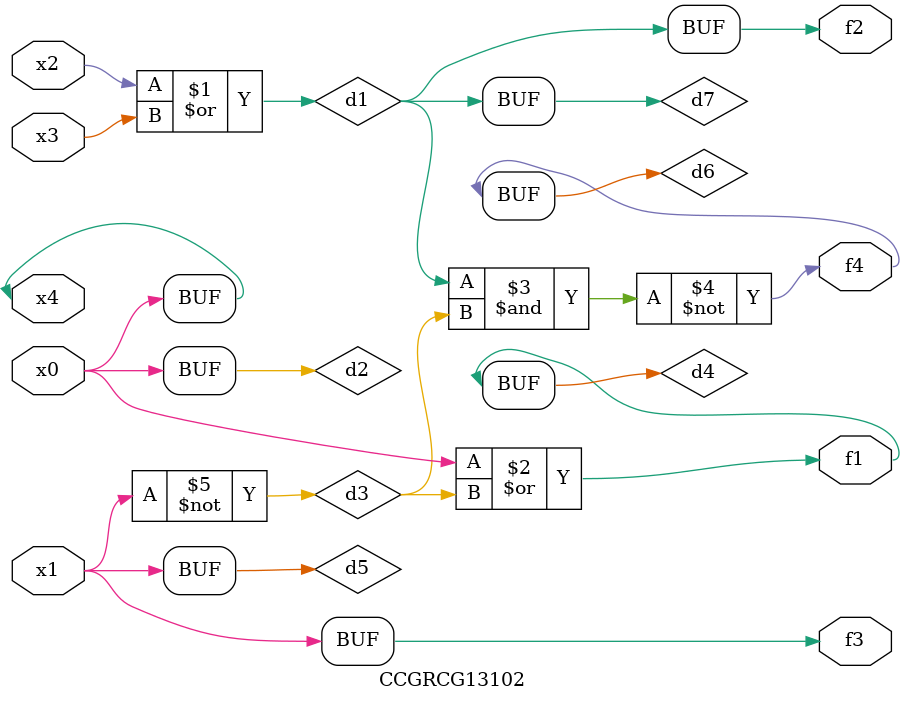
<source format=v>
module CCGRCG13102(
	input x0, x1, x2, x3, x4,
	output f1, f2, f3, f4
);

	wire d1, d2, d3, d4, d5, d6, d7;

	or (d1, x2, x3);
	buf (d2, x0, x4);
	not (d3, x1);
	or (d4, d2, d3);
	not (d5, d3);
	nand (d6, d1, d3);
	or (d7, d1);
	assign f1 = d4;
	assign f2 = d7;
	assign f3 = d5;
	assign f4 = d6;
endmodule

</source>
